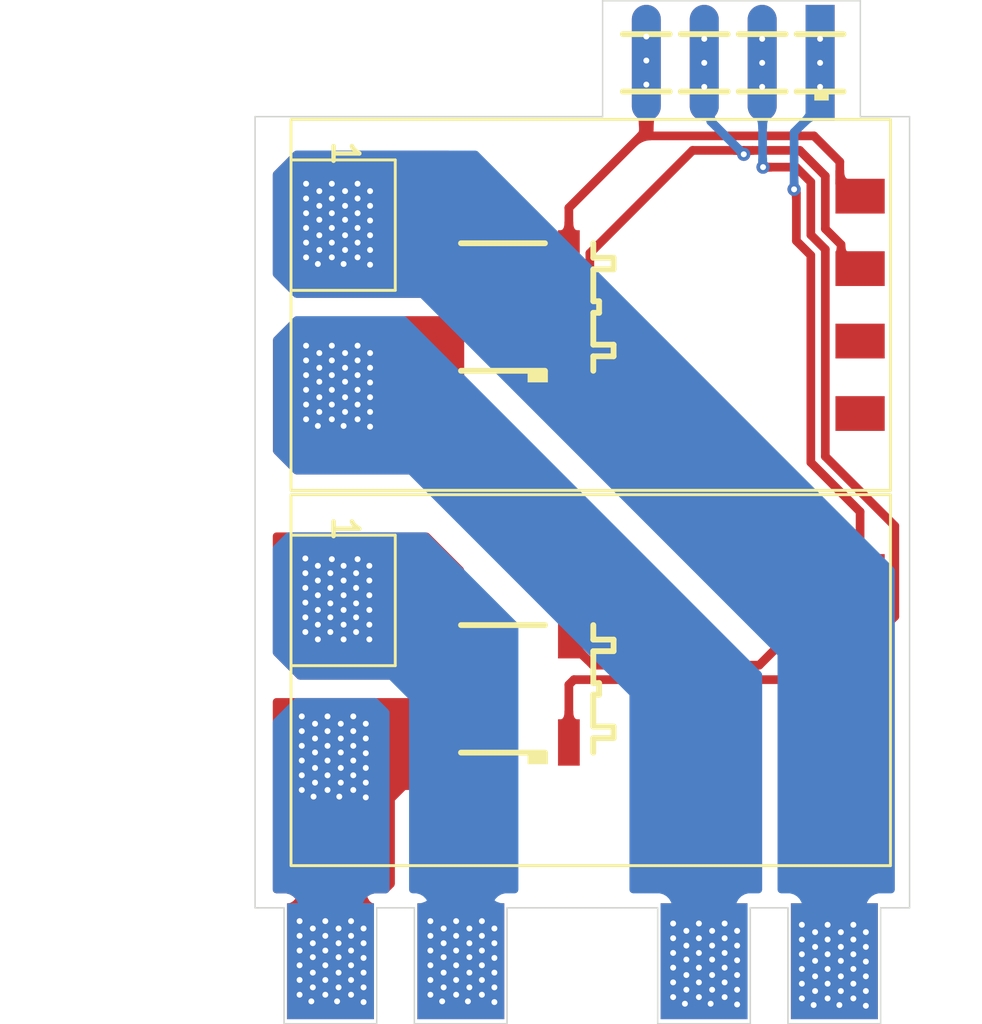
<source format=kicad_pcb>
(kicad_pcb (version 20240108) (generator "pcbnew") (generator_version "8.0")
  (layers (0 "F.Cu" signal "Top Layer") (1 "In1.Cu" signal "Layer 1") (2 "In2.Cu" signal "Layer 2") (31 "B.Cu" signal "Bottom Layer") (34 "B.Paste" user "Bottom Paste") (35 "F.Paste" user "Top Paste") (36 "B.SilkS" user "Bottom Overlay") (37 "F.SilkS" user "Top Overlay") (38 "B.Mask" user "Bottom Solder") (39 "F.Mask" user "Top Solder") (44 "Edge.Cuts" user))
  (net 0 "")
  (net 1 "CT2s_pos")
  (net 2 "CT2s_neg")
  (net 3 "CT2p_out")
  (net 4 "CT2p_in")
  (net 5 "CT1s_pos")
  (net 6 "CT1s_neg")
  (net 7 "CT1p_out")
  (net 8 "CT1p_in")
  (footprint "Vault:Samtec_PTT-104-01-x-S" (layer "F.Cu") (at 153.7011 89.489335 180)
    (property "Reference" "EC6" (hide yes))
    (property "Value" "PTT-104-01-L-S" (hide yes))
  )
  (footprint "Server1600-Local.PcbLib:EC_CST" (layer "F.Cu") (at 159.79554 118.539075 180)
    (property "Reference" "EC5" (hide yes))
    (property "Value" "Edge Finger" (hide yes))
  )
  (footprint "Vault:Coilcraft_CST7030" (layer "F.Cu") (at 145.6011 111.089325 180)
    (property "Reference" "CST1R" (hide yes))
    (property "Value" "CST7030-050LC" (hide yes))
  )
  (footprint "Server1600-Local.PcbLib:Pulse_PAS6322" (layer "F.Cu") (at 149.03165 97.839325 -90)
    (property "Reference" "CST2" (hide yes))
    (property "Value" "PAS6322.050NLT" (hide yes))
  )
  (footprint "Server1600-Local.PcbLib:Pulse_PAS6322" (layer "F.Cu") (at 149.03165 110.789335 -90)
    (property "Reference" "CST1" (hide yes))
    (property "Value" "PAS6322.050NLT" (hide yes))
  )
  (footprint "Vault:Coilcraft_CST7030" (layer "F.Cu") (at 145.6011 97.914175 180)
    (property "Reference" "CST2R" (hide yes))
    (property "Value" "CST7030-050LC" (hide yes))
  )
  (gr_poly (pts (xy 157.02257 110.111895) (xy 157.08087 110.051475) (xy 157.17274 109.942625) (xy 157.20632 109.894205) (xy 157.23165 109.849775) (xy 157.24874 109.809355) (xy 157.25759 109.772925) (xy 157.2582 109.740495) (xy 157.25057 109.712065) (xy 157.2347 109.687625) (xy 157.63457 110.136285) (xy 157.61233 110.118215) (xy 157.58561 110.108875) (xy 157.5544 110.108265) (xy 157.5187 110.116385) (xy 157.47852 110.133235) (xy 157.43385 110.158815) (xy 157.38469 110.193115) (xy 157.33105 110.236155) (xy 157.21031 110.348415)) (fill solid) (layer "F.Cu") (net 6))
  (gr_poly (pts (xy 155.04084 93.237925) (xy 155.01479 93.238025) (xy 154.90343 93.244345) (xy 154.89766 93.246045) (xy 154.89443 93.247945) (xy 154.89443 92.927905) (xy 154.89766 92.929815) (xy 154.90343 92.931515) (xy 154.91174 92.933015) (xy 154.92257 92.934325) (xy 154.9703 92.937025) (xy 155.04084 92.937925)) (fill solid) (layer "F.Cu") (net 6))
  (gr_poly (pts (xy 148.1761 111.842375) (xy 148.1776 111.899375) (xy 148.1821 111.950375) (xy 148.1896 111.995375) (xy 148.2001 112.034375) (xy 148.2136 112.067375) (xy 148.2301 112.094375) (xy 148.2496 112.115375) (xy 148.2721 112.130375) (xy 148.2976 112.139375) (xy 148.3261 112.142375) (xy 147.7261 112.142375) (xy 147.7546 112.139375) (xy 147.7801 112.130375) (xy 147.8026 112.115375) (xy 147.8221 112.094375) (xy 147.8386 112.067375) (xy 147.8521 112.034375) (xy 147.8626 111.995375) (xy 147.8701 111.950375) (xy 147.8746 111.899375) (xy 147.8761 111.842375)) (fill solid) (layer "F.Cu") (net 6))
  (gr_poly (pts (xy 153.74346 92.359325) (xy 154.00876 92.422785) (xy 153.83886 92.677055) (xy 153.83701 92.673685) (xy 153.83248 92.670675) (xy 153.82527 92.668015) (xy 153.81538 92.665705) (xy 153.80282 92.663765) (xy 153.76966 92.660925) (xy 153.72579 92.659505) (xy 153.69984 92.659325)) (fill solid) (layer "F.Cu") (net 1))
  (gr_poly (pts (xy 154.43037 92.659325) (xy 154.40442 92.659505) (xy 154.31482 92.665705) (xy 154.30494 92.668015) (xy 154.29773 92.670675) (xy 154.2932 92.673685) (xy 154.29135 92.677055) (xy 154.12144 92.422785) (xy 154.38674 92.359325)) (fill solid) (layer "F.Cu") (net 1))
  (gr_poly (pts (xy 138.8886 117.286285) (xy 138.88606 116.906285) (xy 138.79719 115.606285) (xy 138.76419 115.466285) (xy 138.7261 115.366285) (xy 138.68294 115.306285) (xy 138.6347 115.286285) (xy 141.3286 115.286285) (xy 141.245 115.306285) (xy 141.1702 115.366285) (xy 141.1042 115.466285) (xy 141.047 115.606285) (xy 140.9986 115.786285) (xy 140.959 116.006285) (xy 140.9282 116.266285) (xy 140.893 116.906285) (xy 140.8886 117.286285)) (fill solid) (layer "F.Cu") (net 8))
  (gr_poly (pts (xy 140.8886 116.492115) (xy 140.89263 116.872115) (xy 140.95322 117.772115) (xy 140.98957 117.992125) (xy 141.034 118.172115) (xy 141.08651 118.312115) (xy 141.14709 118.412115) (xy 141.21575 118.472115) (xy 141.29249 118.492115) (xy 138.29859 118.492115) (xy 138.41069 118.472115) (xy 138.51099 118.412115) (xy 138.59949 118.312115) (xy 138.67619 118.172115) (xy 138.74109 117.992125) (xy 138.79419 117.772115) (xy 138.83549 117.512115) (xy 138.865 117.212115) (xy 138.8886 116.492115)) (fill solid) (layer "F.Cu") (net 8))
  (gr_poly (pts (xy 157.53165 93.192385) (xy 157.53315 93.249775) (xy 157.53765 93.301155) (xy 157.54515 93.346505) (xy 157.55565 93.385835) (xy 157.56915 93.419155) (xy 157.58565 93.446445) (xy 157.60515 93.467725) (xy 157.62765 93.482975) (xy 157.65315 93.492215) (xy 157.68165 93.495425) (xy 157.2347 93.492385) (xy 157.23165 93.192385)) (fill solid) (layer "F.Cu") (net 2))
  (gr_poly (pts (xy 148.1761 94.967225) (xy 148.1776 95.024225) (xy 148.1821 95.075225) (xy 148.1896 95.120225) (xy 148.2001 95.159225) (xy 148.2136 95.192225) (xy 148.2301 95.219225) (xy 148.2496 95.240225) (xy 148.2721 95.255225) (xy 148.2976 95.264225) (xy 148.3261 95.267225) (xy 147.7261 95.267225) (xy 147.7546 95.264225) (xy 147.7801 95.255225) (xy 147.8026 95.240225) (xy 147.8221 95.219225) (xy 147.8386 95.192225) (xy 147.8521 95.159225) (xy 147.8626 95.120225) (xy 147.8701 95.075225) (xy 147.8746 95.024225) (xy 147.8761 94.967225)) (fill solid) (layer "F.Cu") (net 2))
  (gr_poly (pts (xy 158.23165 106.142385) (xy 158.23315 106.199965) (xy 158.23765 106.251485) (xy 158.24515 106.296935) (xy 158.25565 106.336335) (xy 158.26915 106.369665) (xy 158.28565 106.396945) (xy 158.30515 106.418155) (xy 158.32765 106.433305) (xy 158.35315 106.442395) (xy 158.38165 106.445435) (xy 157.78165 106.445435) (xy 157.81015 106.442395) (xy 157.83565 106.433305) (xy 157.85815 106.418155) (xy 157.87765 106.396945) (xy 157.89415 106.369665) (xy 157.90765 106.336335) (xy 157.91815 106.296935) (xy 157.92565 106.251485) (xy 157.93015 106.199965) (xy 157.93165 106.142385)) (fill solid) (layer "F.Cu") (net 5))
  (gr_poly (pts (xy 150.4511 91.817325) (xy 150.45036 91.730925) (xy 150.43238 91.476265) (xy 150.42414 91.435335) (xy 150.4144 91.403505) (xy 150.40317 91.380765) (xy 150.39043 91.367125) (xy 150.3762 91.362575) (xy 151.02601 91.362575) (xy 151.01177 91.367125) (xy 150.99904 91.380765) (xy 150.98781 91.403505) (xy 150.97807 91.435335) (xy 150.96983 91.476265) (xy 150.96309 91.526285) (xy 150.9541 91.653615) (xy 150.9511 91.817325)) (fill solid) (layer "F.Cu") (net 2))
  (gr_poly (pts (xy 141.46033 111.539335) (xy 141.6254 111.538365) (xy 142.19014 111.504425) (xy 142.25096 111.491825) (xy 142.2944 111.477285) (xy 142.32047 111.460795) (xy 142.32915 111.442375) (xy 142.32915 113.036285) (xy 142.32047 113.036855) (xy 142.25096 113.037835) (xy 141.46033 113.039325)) (fill solid) (layer "F.Cu") (net 8))
  (gr_poly (pts (xy 155.73165 94.207325) (xy 155.73142 94.181435) (xy 155.72597 94.102955) (xy 155.72347 94.089615) (xy 155.72051 94.078775) (xy 155.7171 94.070445) (xy 155.71324 94.064625) (xy 155.70892 94.061315) (xy 156.00944 93.951275) (xy 156.03165 94.204825)) (fill solid) (layer "F.Cu") (net 5))
  (gr_poly (pts (xy 150.40304 91.903265) (xy 150.41154 91.894215) (xy 150.41924 91.884875) (xy 150.42613 91.875245) (xy 150.43221 91.865335) (xy 150.43748 91.855135) (xy 150.44194 91.844645) (xy 150.4456 91.833865) (xy 150.44845 91.822805) (xy 150.45048 91.811455) (xy 150.45172 91.799825) (xy 150.71861 92.066715) (xy 150.70698 92.067945) (xy 150.69563 92.069985) (xy 150.68456 92.072835) (xy 150.67379 92.076495) (xy 150.6633 92.080955) (xy 150.6531 92.086225) (xy 150.64319 92.092305) (xy 150.63356 92.099195) (xy 150.62422 92.106895) (xy 150.61517 92.115395)) (fill solid) (layer "F.Cu") (net 2))
  (gr_poly (pts (xy 141.30132 110.419655) (xy 140.72251 109.783235) (xy 141.32555 108.380195) (xy 141.33903 108.382735) (xy 141.37255 108.406455) (xy 141.42611 108.451365) (xy 141.70698 108.713225) (xy 142.36197 109.359005)) (fill solid) (layer "F.Cu") (net 7))
  (gr_poly (pts (xy 150.5091 92.009325) (xy 150.3591 92.371465) (xy 150.40241 92.331155) (xy 150.44747 92.295095) (xy 150.49429 92.263275) (xy 150.54287 92.235695) (xy 150.5932 92.212365) (xy 150.64529 92.193275) (xy 150.69914 92.178425) (xy 150.75475 92.167815) (xy 150.81211 92.161455) (xy 150.87123 92.159325)) (fill solid) (layer "F.Cu") (net 2))
  (gr_poly (pts (xy 148.61019 110.235545) (xy 148.39806 110.036285) (xy 148.39501 109.387015) (xy 148.39734 109.429075) (xy 148.40393 109.471215) (xy 148.41479 109.513435) (xy 148.42991 109.555735) (xy 148.44929 109.598125) (xy 148.47294 109.640585) (xy 148.50086 109.683135) (xy 148.53304 109.725775) (xy 148.56948 109.768485) (xy 148.61019 109.811285)) (fill solid) (layer "F.Cu") (net 5))
  (gr_poly (pts (xy 157.57475 95.759825) (xy 157.57558 95.804485) (xy 157.58218 95.879735) (xy 157.58796 95.910325) (xy 157.59539 95.936235) (xy 157.60447 95.957445) (xy 157.6152 95.973975) (xy 157.62759 95.985815) (xy 157.64162 95.992965) (xy 157.65731 95.995425) (xy 157.2347 95.992385) (xy 157.24231 95.990055) (xy 157.24912 95.983075) (xy 157.25513 95.971455) (xy 157.26033 95.955175) (xy 157.26474 95.934245) (xy 157.26835 95.908665) (xy 157.27315 95.843545) (xy 157.27475 95.759825)) (fill solid) (layer "F.Cu") (net 1))
  (gr_poly (pts (xy 148.1761 98.667225) (xy 148.1776 98.724225) (xy 148.1821 98.775225) (xy 148.1896 98.820225) (xy 148.2001 98.859225) (xy 148.2136 98.892225) (xy 148.2301 98.919225) (xy 148.2496 98.940225) (xy 148.2721 98.955225) (xy 148.2976 98.964225) (xy 148.3261 98.967225) (xy 147.7261 98.967225) (xy 147.7546 98.964225) (xy 147.7801 98.955225) (xy 147.8026 98.940225) (xy 147.8221 98.919225) (xy 147.8386 98.892225) (xy 147.8521 98.859225) (xy 147.8626 98.820225) (xy 147.8701 98.775225) (xy 147.8746 98.724225) (xy 147.8761 98.667225)) (fill solid) (layer "F.Cu") (net 1))
  (gr_poly (pts (xy 157.02257 107.636285) (xy 157.08196 107.574765) (xy 157.1753 107.464455) (xy 157.20924 107.415665) (xy 157.2347 107.371125) (xy 157.25167 107.330815) (xy 157.26015 107.294755) (xy 157.26015 107.262935) (xy 157.25167 107.235355) (xy 157.2347 107.212015) (xy 157.65896 107.636285) (xy 157.63563 107.619315) (xy 157.60805 107.610825) (xy 157.57623 107.610825) (xy 157.54017 107.619315) (xy 157.49986 107.636285) (xy 157.45531 107.661735) (xy 157.40652 107.695685) (xy 157.35349 107.738105) (xy 157.2347 107.848415)) (fill solid) (layer "F.Cu") (net 5))
  (gr_poly (pts (xy 159.14073 108.942385) (xy 159.08103 109.004175) (xy 158.98708 109.114845) (xy 158.95283 109.163735) (xy 158.92707 109.208305) (xy 158.9098 109.248585) (xy 158.90101 109.284555) (xy 158.9007 109.316225) (xy 158.90889 109.343585) (xy 158.92555 109.366645) (xy 158.50433 108.945435) (xy 158.5274 108.962095) (xy 158.55476 108.970275) (xy 158.58643 108.969975) (xy 158.6224 108.961185) (xy 158.66267 108.943905) (xy 158.70725 108.918145) (xy 158.75613 108.883895) (xy 158.80932 108.841165) (xy 158.9286 108.730255)) (fill solid) (layer "F.Cu") (net 6))
  (gr_poly (pts (xy 154.86614 92.766265) (xy 154.86628 92.792265) (xy 154.87299 92.896125) (xy 154.87508 92.904735) (xy 154.87746 92.910855) (xy 154.88011 92.914505) (xy 154.56077 92.935555) (xy 154.56179 92.933045) (xy 154.5627 92.927915) (xy 154.56351 92.920165) (xy 154.56528 92.881205) (xy 154.56614 92.792585)) (fill solid) (layer "B.Cu") (net 6))
  (gr_poly (pts (xy 156.8511 90.009165) (xy 156.8512 90.035215) (xy 156.85752 90.146585) (xy 156.85922 90.152345) (xy 156.86112 90.155575) (xy 156.54108 90.482085) (xy 156.54299 90.485315) (xy 156.54469 90.491085) (xy 156.5462 90.499385) (xy 156.5475 90.510225) (xy 156.5502 90.557955) (xy 156.5511 90.628495) (xy 156.8511 90.628495) (xy 156.8512 90.602445) (xy 156.85752 90.491085) (xy 156.85922 90.485315) (xy 156.86112 90.482085) (xy 156.54108 90.155575) (xy 156.54299 90.152345) (xy 156.54469 90.146585) (xy 156.5462 90.138275) (xy 156.5475 90.127435) (xy 156.5502 90.079715) (xy 156.5511 90.009165)) (fill solid) (layer "B.Cu") (net 5))
  (gr_poly (pts (xy 155.99202 91.486285) (xy 156.05172 91.424485) (xy 156.14567 91.313815) (xy 156.17992 91.264935) (xy 156.20568 91.220355) (xy 156.22295 91.180085) (xy 156.23174 91.144115) (xy 156.23205 91.112445) (xy 156.22387 91.085075) (xy 156.2072 91.062015) (xy 156.62842 91.483235) (xy 156.60536 91.466575) (xy 156.57799 91.458385) (xy 156.54632 91.458695) (xy 156.51036 91.467485) (xy 156.47008 91.484755) (xy 156.4255 91.510515) (xy 156.37662 91.544765) (xy 156.32343 91.587495) (xy 156.20415 91.698415)) (fill solid) (layer "B.Cu") (net 5))
  (gr_poly (pts (xy 154.56614 90.640505) (xy 154.566 90.614495) (xy 154.5593 90.510635) (xy 154.5572 90.502025) (xy 154.55482 90.495905) (xy 154.55217 90.492255) (xy 154.87151 90.471205) (xy 154.87049 90.473715) (xy 154.86958 90.478845) (xy 154.86877 90.486595) (xy 154.867 90.525565) (xy 154.86614 90.614175)) (fill solid) (layer "B.Cu") (net 6))
  (gr_poly (pts (xy 145.04554 116.992115) (xy 145.05301 117.277125) (xy 145.07542 117.532115) (xy 145.11276 117.757115) (xy 145.16505 117.952125) (xy 145.23228 118.117115) (xy 145.31444 118.252115) (xy 145.41154 118.357115) (xy 145.52359 118.432115) (xy 145.65057 118.477115) (xy 145.79249 118.492115) (xy 142.79859 118.492115) (xy 142.94051 118.477115) (xy 143.06749 118.432115) (xy 143.17953 118.357115) (xy 143.27664 118.252115) (xy 143.3588 118.117115) (xy 143.42603 117.952125) (xy 143.47831 117.757115) (xy 143.51566 117.532115) (xy 143.53807 117.277125) (xy 143.54554 116.992115)) (fill solid) (layer "B.Cu") (net 7))
  (gr_poly (pts (xy 155.95305 93.543335) (xy 155.95315 93.569385) (xy 155.95946 93.680745) (xy 155.96116 93.686515) (xy 155.96307 93.689745) (xy 155.64303 93.689745) (xy 155.64493 93.686515) (xy 155.64664 93.680745) (xy 155.64814 93.672445) (xy 155.64944 93.661605) (xy 155.65215 93.613875) (xy 155.65305 93.543335)) (fill solid) (layer "B.Cu") (net 5))
  (gr_poly (pts (xy 152.5511 89.798995) (xy 152.551 89.772945) (xy 152.54469 89.661585) (xy 152.54299 89.655815) (xy 152.54108 89.652585) (xy 152.86112 89.652585) (xy 152.85922 89.655815) (xy 152.85752 89.661585) (xy 152.85601 89.669885) (xy 152.85471 89.680725) (xy 152.852 89.728455) (xy 152.8511 89.798995)) (fill solid) (layer "B.Cu") (net 1))
  (gr_poly (pts (xy 152.8511 90.009165) (xy 152.8512 90.035215) (xy 152.85752 90.146585) (xy 152.85922 90.152345) (xy 152.86112 90.155575) (xy 152.54108 90.482085) (xy 152.54299 90.485315) (xy 152.54469 90.491085) (xy 152.54619 90.499385) (xy 152.5475 90.510225) (xy 152.5502 90.557955) (xy 152.5511 90.628495) (xy 152.8511 90.628495) (xy 152.8512 90.602445) (xy 152.85752 90.491085) (xy 152.85922 90.485315) (xy 152.86112 90.482085) (xy 152.54108 90.155575) (xy 152.54299 90.152345) (xy 152.54469 90.146585) (xy 152.54619 90.138275) (xy 152.5475 90.127435) (xy 152.5502 90.079715) (xy 152.5511 90.009165)) (fill solid) (layer "B.Cu") (net 1))
  (gr_poly (pts (xy 153.9522 92.319295) (xy 153.9707 92.337645) (xy 154.0539 92.411925) (xy 154.05919 92.414805) (xy 154.06282 92.415745) (xy 153.83652 92.642045) (xy 153.83558 92.638405) (xy 153.8327 92.633125) (xy 153.82789 92.626195) (xy 153.82115 92.617605) (xy 153.78931 92.581945) (xy 153.74007 92.531425)) (fill solid) (layer "B.Cu") (net 1))
  (gr_poly (pts (xy 154.5511 89.798995) (xy 154.551 89.772945) (xy 154.54469 89.661585) (xy 154.54299 89.655815) (xy 154.54108 89.652585) (xy 154.86112 89.652585) (xy 154.85922 89.655815) (xy 154.85752 89.661585) (xy 154.85601 89.669885) (xy 154.85471 89.680725) (xy 154.852 89.728455) (xy 154.8511 89.798995)) (fill solid) (layer "B.Cu") (net 6))
  (gr_poly (pts (xy 156.5511 89.798995) (xy 156.55101 89.772945) (xy 156.54469 89.661585) (xy 156.54299 89.655815) (xy 156.54108 89.652585) (xy 156.86112 89.652585) (xy 156.85922 89.655815) (xy 156.85752 89.661585) (xy 156.85601 89.669885) (xy 156.85471 89.680725) (xy 156.85201 89.728455) (xy 156.8511 89.798995)) (fill solid) (layer "B.Cu") (net 5))
  (gr_poly (pts (xy 154.56614 91.771325) (xy 154.56466 91.698725) (xy 154.55281 91.576815) (xy 154.54244 91.527495) (xy 154.5291 91.485955) (xy 154.51281 91.452165) (xy 154.49355 91.426145) (xy 154.47133 91.407875) (xy 154.44614 91.397385) (xy 154.418 91.394645) (xy 155.01428 91.371575) (xy 154.98614 91.376475) (xy 154.96095 91.388895) (xy 154.93873 91.408835) (xy 154.91947 91.436295) (xy 154.90318 91.471265) (xy 154.88984 91.513745) (xy 154.87947 91.563755) (xy 154.87207 91.621275) (xy 154.86762 91.686315) (xy 154.86614 91.758865)) (fill solid) (layer "B.Cu") (net 6))
  (gr_poly (pts (xy 154.8511 90.009165) (xy 154.8512 90.035215) (xy 154.85752 90.146585) (xy 154.85922 90.152345) (xy 154.86112 90.155575) (xy 154.54108 90.155575) (xy 154.54299 90.152345) (xy 154.54469 90.146585) (xy 154.54619 90.138275) (xy 154.5475 90.127435) (xy 154.5502 90.079715) (xy 154.5511 90.009165)) (fill solid) (layer "B.Cu") (net 6))
  (gr_line (start 154.29088 122.645715) (end 154.29088 118.645715) (stroke (width 0.05)) (layer "Edge.Cuts"))
  (gr_line (start 137.19088 118.645715) (end 137.29088 118.645715) (stroke (width 0.05)) (layer "Edge.Cuts"))
  (gr_line (start 149.19088 87.345715) (end 149.19088 91.345715) (stroke (width 0.05)) (layer "Edge.Cuts"))
  (gr_line (start 142.69088 122.645715) (end 145.89088 122.645715) (stroke (width 0.05)) (layer "Edge.Cuts"))
  (gr_line (start 151.09088 118.645715) (end 151.09088 122.645715) (stroke (width 0.05)) (layer "Edge.Cuts"))
  (gr_line (start 138.19088 118.645715) (end 138.19088 122.645715) (stroke (width 0.05)) (layer "Edge.Cuts"))
  (gr_line (start 158.79088 122.645715) (end 158.79088 118.645715) (stroke (width 0.05)) (layer "Edge.Cuts"))
  (gr_line (start 138.19088 122.645715) (end 141.39088 122.645715) (stroke (width 0.05)) (layer "Edge.Cuts"))
  (gr_line (start 151.09088 122.645715) (end 154.29088 122.645715) (stroke (width 0.05)) (layer "Edge.Cuts"))
  (gr_line (start 158.09088 87.345715) (end 149.19088 87.345715) (stroke (width 0.05)) (layer "Edge.Cuts"))
  (gr_line (start 145.89088 118.645715) (end 151.09088 118.645715) (stroke (width 0.05)) (layer "Edge.Cuts"))
  (gr_line (start 155.59088 122.645715) (end 158.79088 122.645715) (stroke (width 0.05)) (layer "Edge.Cuts"))
  (gr_line (start 158.09088 91.345715) (end 158.09088 87.345715) (stroke (width 0.05)) (layer "Edge.Cuts"))
  (gr_line (start 159.79088 118.645715) (end 159.79088 91.345715) (stroke (width 0.05)) (layer "Edge.Cuts"))
  (gr_line (start 149.19088 91.345715) (end 137.19088 91.345715) (stroke (width 0.05)) (layer "Edge.Cuts"))
  (gr_line (start 137.19088 91.345715) (end 137.19088 118.645715) (stroke (width 0.05)) (layer "Edge.Cuts"))
  (gr_line (start 141.39088 118.645715) (end 142.69088 118.645715) (stroke (width 0.05)) (layer "Edge.Cuts"))
  (gr_line (start 155.59088 118.645715) (end 155.59088 122.645715) (stroke (width 0.05)) (layer "Edge.Cuts"))
  (gr_line (start 154.29088 118.645715) (end 155.59088 118.645715) (stroke (width 0.05)) (layer "Edge.Cuts"))
  (gr_line (start 142.69088 118.645715) (end 142.69088 122.645715) (stroke (width 0.05)) (layer "Edge.Cuts"))
  (gr_line (start 158.79088 118.645715) (end 159.79088 118.645715) (stroke (width 0.05)) (layer "Edge.Cuts"))
  (gr_line (start 137.29088 118.645715) (end 138.19088 118.645715) (stroke (width 0.05)) (layer "Edge.Cuts"))
  (gr_line (start 141.39088 122.645715) (end 141.39088 118.645715) (stroke (width 0.05)) (layer "Edge.Cuts"))
  (gr_line (start 159.79088 91.345715) (end 158.09088 91.345715) (stroke (width 0.05)) (layer "Edge.Cuts"))
  (gr_line (start 145.89088 122.645715) (end 145.89088 118.645715) (stroke (width 0.05)) (layer "Edge.Cuts"))
  (segment (start 152.29995 92.509325) (end 154.0651 92.509325) (width 0.3) (layer "F.Cu") (net 1))
  (segment (start 156.88165 95.216725) (end 156.88165 93.393745) (width 0.3) (layer "F.Cu") (net 1))
  (segment (start 148.0261 97.985335) (end 148.7511 97.260335) (width 0.3) (layer "F.Cu") (net 1))
  (segment (start 157.42475 96.139325) (end 157.42475 95.759825) (width 0.3) (layer "F.Cu") (net 1))
  (segment (start 154.0651 92.509325) (end 155.99723 92.509325) (width 0.3) (layer "F.Cu") (net 1))
  (segment (start 148.7511 97.260335) (end 148.7511 96.058175) (width 0.3) (layer "F.Cu") (net 1))
  (segment (start 155.99723 92.509325) (end 156.88165 93.393745) (width 0.3) (layer "F.Cu") (net 1))
  (segment (start 148.0261 99.764175) (end 148.0261 97.985335) (width 0.3) (layer "F.Cu") (net 1))
  (segment (start 148.7511 96.058175) (end 152.29995 92.509325) (width 0.3) (layer "F.Cu") (net 1))
  (segment (start 157.42475 96.139325) (end 157.87475 96.589335) (width 0.3) (layer "F.Cu") (net 1))
  (segment (start 156.88165 95.216725) (end 157.42475 95.759825) (width 0.3) (layer "F.Cu") (net 1))
  (segment (start 157.87475 96.589335) (end 158.08165 96.589335) (width 0.3) (layer "F.Cu") (net 1))
  (via (at 152.7011 88.659835) (size 0.4572) (drill 0.2032) (layers "F.Cu" "B.Cu") (net 1))
  (via (at 152.7011 89.489335) (size 0.4572) (drill 0.2032) (layers "F.Cu" "B.Cu") (net 1))
  (via (at 154.0651 92.644325) (size 0.4572) (drill 0.2032) (layers "F.Cu" "B.Cu") (net 1))
  (via (at 152.7011 90.318835) (size 0.4572) (drill 0.2032) (layers "F.Cu" "B.Cu") (net 1))
  (segment (start 152.7011 91.178755) (end 152.92736 91.405005) (width 0.3) (layer "B.Cu") (net 1))
  (segment (start 152.7011 91.178755) (end 152.7011 89.489335) (width 0.3) (layer "B.Cu") (net 1))
  (segment (start 152.92736 91.506585) (end 154.0651 92.644325) (width 0.3) (layer "B.Cu") (net 1))
  (segment (start 152.92736 91.506585) (end 152.92736 91.405005) (width 0.3) (layer "B.Cu") (net 1))
  (segment (start 154.0651 92.644325) (end 154.0651 92.644325) (width 0.3) (layer "B.Cu") (net 1))
  (segment (start 156.48864 92.009325) (end 157.38165 92.902335) (width 0.3) (layer "F.Cu") (net 2))
  (segment (start 150.5091 92.009325) (end 150.7011 91.817325) (width 0.3) (layer "F.Cu") (net 2))
  (segment (start 148.0261 94.492325) (end 150.5091 92.009325) (width 0.3) (layer "F.Cu") (net 2))
  (segment (start 150.7011 91.817325) (end 150.7011 89.489335) (width 0.5) (layer "F.Cu") (net 2))
  (segment (start 157.38165 93.639325) (end 157.38165 92.902335) (width 0.3) (layer "F.Cu") (net 2))
  (segment (start 157.38165 93.639325) (end 157.83165 94.089335) (width 0.3) (layer "F.Cu") (net 2))
  (segment (start 148.0261 96.064175) (end 148.0261 94.492325) (width 0.3) (layer "F.Cu") (net 2))
  (segment (start 157.83165 94.089335) (end 158.08165 94.089335) (width 0.3) (layer "F.Cu") (net 2))
  (segment (start 150.5091 92.009325) (end 156.48864 92.009325) (width 0.3) (layer "F.Cu") (net 2))
  (via (at 150.7011 90.239335) (size 0.4572) (drill 0.2032) (layers "F.Cu" "B.Cu") (net 2))
  (via (at 150.7011 88.580325) (size 0.4572) (drill 0.2032) (layers "F.Cu" "B.Cu") (net 2))
  (via (at 150.7011 89.409835) (size 0.4572) (drill 0.2032) (layers "F.Cu" "B.Cu") (net 2))
  (via (at 140.7301 101.280325) (size 0.4572) (drill 0.2032) (layers "F.Cu" "B.Cu") (net 3))
  (via (at 152.0839 120.963645) (size 0.4572) (drill 0.2032) (layers "F.Cu" "B.Cu") (net 3))
  (via (at 140.2983 99.502325) (size 0.4572) (drill 0.2032) (layers "F.Cu" "B.Cu") (net 3))
  (via (at 141.1619 102.042325) (size 0.4572) (drill 0.2032) (layers "F.Cu" "B.Cu") (net 3))
  (via (at 152.5157 121.217645) (size 0.4572) (drill 0.2032) (layers "F.Cu" "B.Cu") (net 3))
  (via (at 151.6267 120.201645) (size 0.4572) (drill 0.2032) (layers "F.Cu" "B.Cu") (net 3))
  (via (at 139.8411 99.756325) (size 0.4572) (drill 0.2032) (layers "F.Cu" "B.Cu") (net 3))
  (via (at 152.0839 119.439645) (size 0.4572) (drill 0.2032) (layers "F.Cu" "B.Cu") (net 3))
  (via (at 153.4047 119.693645) (size 0.4572) (drill 0.2032) (layers "F.Cu" "B.Cu") (net 3))
  (via (at 141.1619 100.518325) (size 0.4572) (drill 0.2032) (layers "F.Cu" "B.Cu") (net 3))
  (via (at 138.9521 100.772325) (size 0.4572) (drill 0.2032) (layers "F.Cu" "B.Cu") (net 3))
  (via (at 151.6267 119.693645) (size 0.4572) (drill 0.2032) (layers "F.Cu" "B.Cu") (net 3))
  (via (at 153.8365 120.963645) (size 0.4572) (drill 0.2032) (layers "F.Cu" "B.Cu") (net 3))
  (via (at 140.2983 101.534325) (size 0.4572) (drill 0.2032) (layers "F.Cu" "B.Cu") (net 3))
  (via (at 140.2983 100.010325) (size 0.4572) (drill 0.2032) (layers "F.Cu" "B.Cu") (net 3))
  (via (at 151.6267 121.217645) (size 0.4572) (drill 0.2032) (layers "F.Cu" "B.Cu") (net 3))
  (via (at 139.8411 101.788325) (size 0.4572) (drill 0.2032) (layers "F.Cu" "B.Cu") (net 3))
  (via (at 140.7301 99.248325) (size 0.4572) (drill 0.2032) (layers "F.Cu" "B.Cu") (net 3))
  (via (at 139.8411 99.248325) (size 0.4572) (drill 0.2032) (layers "F.Cu" "B.Cu") (net 3))
  (via (at 140.2475 102.016925) (size 0.4572) (drill 0.2032) (layers "F.Cu" "B.Cu") (net 3))
  (via (at 139.4093 99.502325) (size 0.4572) (drill 0.2032) (layers "F.Cu" "B.Cu") (net 3))
  (via (at 152.9729 120.430245) (size 0.4572) (drill 0.2032) (layers "F.Cu" "B.Cu") (net 3))
  (via (at 152.0839 119.947645) (size 0.4572) (drill 0.2032) (layers "F.Cu" "B.Cu") (net 3))
  (via (at 153.4047 121.725645) (size 0.4572) (drill 0.2032) (layers "F.Cu" "B.Cu") (net 3))
  (via (at 152.9729 121.471645) (size 0.4572) (drill 0.2032) (layers "F.Cu" "B.Cu") (net 3))
  (via (at 152.9729 119.439645) (size 0.4572) (drill 0.2032) (layers "F.Cu" "B.Cu") (net 3))
  (via (at 139.8411 100.264325) (size 0.4572) (drill 0.2032) (layers "F.Cu" "B.Cu") (net 3))
  (via (at 152.0839 120.430245) (size 0.4572) (drill 0.2032) (layers "F.Cu" "B.Cu") (net 3))
  (via (at 153.8365 121.979645) (size 0.4572) (drill 0.2032) (layers "F.Cu" "B.Cu") (net 3))
  (via (at 140.2983 101.026325) (size 0.4572) (drill 0.2032) (layers "F.Cu" "B.Cu") (net 3))
  (via (at 151.6267 121.725645) (size 0.4572) (drill 0.2032) (layers "F.Cu" "B.Cu") (net 3))
  (via (at 138.9521 101.788325) (size 0.4572) (drill 0.2032) (layers "F.Cu" "B.Cu") (net 3))
  (via (at 139.4093 100.010325) (size 0.4572) (drill 0.2032) (layers "F.Cu" "B.Cu") (net 3))
  (via (at 153.4047 120.709645) (size 0.4572) (drill 0.2032) (layers "F.Cu" "B.Cu") (net 3))
  (via (at 141.1619 100.010325) (size 0.4572) (drill 0.2032) (layers "F.Cu" "B.Cu") (net 3))
  (via (at 141.1619 99.502325) (size 0.4572) (drill 0.2032) (layers "F.Cu" "B.Cu") (net 3))
  (via (at 139.8411 100.772325) (size 0.4572) (drill 0.2032) (layers "F.Cu" "B.Cu") (net 3))
  (via (at 140.7301 99.756325) (size 0.4572) (drill 0.2032) (layers "F.Cu" "B.Cu") (net 3))
  (via (at 153.8365 119.947645) (size 0.4572) (drill 0.2032) (layers "F.Cu" "B.Cu") (net 3))
  (via (at 138.9521 99.248325) (size 0.4572) (drill 0.2032) (layers "F.Cu" "B.Cu") (net 3))
  (via (at 153.4047 121.217645) (size 0.4572) (drill 0.2032) (layers "F.Cu" "B.Cu") (net 3))
  (via (at 152.5157 120.201645) (size 0.4572) (drill 0.2032) (layers "F.Cu" "B.Cu") (net 3))
  (via (at 151.6267 119.185645) (size 0.4572) (drill 0.2032) (layers "F.Cu" "B.Cu") (net 3))
  (via (at 138.9521 100.264325) (size 0.4572) (drill 0.2032) (layers "F.Cu" "B.Cu") (net 3))
  (via (at 138.9521 101.280325) (size 0.4572) (drill 0.2032) (layers "F.Cu" "B.Cu") (net 3))
  (via (at 140.7301 101.788325) (size 0.4572) (drill 0.2032) (layers "F.Cu" "B.Cu") (net 3))
  (via (at 139.4093 101.026325) (size 0.4572) (drill 0.2032) (layers "F.Cu" "B.Cu") (net 3))
  (via (at 139.4093 101.534325) (size 0.4572) (drill 0.2032) (layers "F.Cu" "B.Cu") (net 3))
  (via (at 139.8411 101.280325) (size 0.4572) (drill 0.2032) (layers "F.Cu" "B.Cu") (net 3))
  (via (at 139.3585 102.016925) (size 0.4572) (drill 0.2032) (layers "F.Cu" "B.Cu") (net 3))
  (via (at 152.5157 121.725645) (size 0.4572) (drill 0.2032) (layers "F.Cu" "B.Cu") (net 3))
  (via (at 152.9221 121.954245) (size 0.4572) (drill 0.2032) (layers "F.Cu" "B.Cu") (net 3))
  (via (at 153.4047 119.185645) (size 0.4572) (drill 0.2032) (layers "F.Cu" "B.Cu") (net 3))
  (via (at 152.5157 120.709645) (size 0.4572) (drill 0.2032) (layers "F.Cu" "B.Cu") (net 3))
  (via (at 153.8365 121.471645) (size 0.4572) (drill 0.2032) (layers "F.Cu" "B.Cu") (net 3))
  (via (at 152.0331 121.954245) (size 0.4572) (drill 0.2032) (layers "F.Cu" "B.Cu") (net 3))
  (via (at 153.8365 120.455645) (size 0.4572) (drill 0.2032) (layers "F.Cu" "B.Cu") (net 3))
  (via (at 141.1619 101.534325) (size 0.4572) (drill 0.2032) (layers "F.Cu" "B.Cu") (net 3))
  (via (at 138.9521 99.756325) (size 0.4572) (drill 0.2032) (layers "F.Cu" "B.Cu") (net 3))
  (via (at 139.4093 100.492925) (size 0.4572) (drill 0.2032) (layers "F.Cu" "B.Cu") (net 3))
  (via (at 152.5157 119.693645) (size 0.4572) (drill 0.2032) (layers "F.Cu" "B.Cu") (net 3))
  (via (at 153.4047 120.201645) (size 0.4572) (drill 0.2032) (layers "F.Cu" "B.Cu") (net 3))
  (via (at 153.8365 119.439645) (size 0.4572) (drill 0.2032) (layers "F.Cu" "B.Cu") (net 3))
  (via (at 140.7301 100.772325) (size 0.4572) (drill 0.2032) (layers "F.Cu" "B.Cu") (net 3))
  (via (at 152.9729 119.947645) (size 0.4572) (drill 0.2032) (layers "F.Cu" "B.Cu") (net 3))
  (via (at 140.2983 100.492925) (size 0.4572) (drill 0.2032) (layers "F.Cu" "B.Cu") (net 3))
  (via (at 152.5157 119.185645) (size 0.4572) (drill 0.2032) (layers "F.Cu" "B.Cu") (net 3))
  (via (at 140.7301 100.264325) (size 0.4572) (drill 0.2032) (layers "F.Cu" "B.Cu") (net 3))
  (via (at 141.1619 101.026325) (size 0.4572) (drill 0.2032) (layers "F.Cu" "B.Cu") (net 3))
  (via (at 152.9729 120.963645) (size 0.4572) (drill 0.2032) (layers "F.Cu" "B.Cu") (net 3))
  (via (at 151.6267 120.709645) (size 0.4572) (drill 0.2032) (layers "F.Cu" "B.Cu") (net 3))
  (via (at 152.0839 121.471645) (size 0.4572) (drill 0.2032) (layers "F.Cu" "B.Cu") (net 3))
  (via (at 157.4179 121.516305) (size 0.4572) (drill 0.2032) (layers "F.Cu" "B.Cu") (net 4))
  (via (at 156.0717 120.246305) (size 0.4572) (drill 0.2032) (layers "F.Cu" "B.Cu") (net 4))
  (via (at 140.2475 96.428925) (size 0.4572) (drill 0.2032) (layers "F.Cu" "B.Cu") (net 4))
  (via (at 139.8411 96.200325) (size 0.4572) (drill 0.2032) (layers "F.Cu" "B.Cu") (net 4))
  (via (at 139.8411 93.660325) (size 0.4572) (drill 0.2032) (layers "F.Cu" "B.Cu") (net 4))
  (via (at 157.3671 121.998905) (size 0.4572) (drill 0.2032) (layers "F.Cu" "B.Cu") (net 4))
  (via (at 138.9521 96.200325) (size 0.4572) (drill 0.2032) (layers "F.Cu" "B.Cu") (net 4))
  (via (at 157.8497 119.230305) (size 0.4572) (drill 0.2032) (layers "F.Cu" "B.Cu") (net 4))
  (via (at 157.8497 121.262305) (size 0.4572) (drill 0.2032) (layers "F.Cu" "B.Cu") (net 4))
  (via (at 140.2983 94.422325) (size 0.4572) (drill 0.2032) (layers "F.Cu" "B.Cu") (net 4))
  (via (at 140.2983 95.438325) (size 0.4572) (drill 0.2032) (layers "F.Cu" "B.Cu") (net 4))
  (via (at 157.4179 119.992305) (size 0.4572) (drill 0.2032) (layers "F.Cu" "B.Cu") (net 4))
  (via (at 156.9607 120.246305) (size 0.4572) (drill 0.2032) (layers "F.Cu" "B.Cu") (net 4))
  (via (at 141.1619 94.930325) (size 0.4572) (drill 0.2032) (layers "F.Cu" "B.Cu") (net 4))
  (via (at 156.9607 121.770305) (size 0.4572) (drill 0.2032) (layers "F.Cu" "B.Cu") (net 4))
  (via (at 156.5289 119.484305) (size 0.4572) (drill 0.2032) (layers "F.Cu" "B.Cu") (net 4))
  (via (at 157.4179 121.008305) (size 0.4572) (drill 0.2032) (layers "F.Cu" "B.Cu") (net 4))
  (via (at 140.7301 95.692325) (size 0.4572) (drill 0.2032) (layers "F.Cu" "B.Cu") (net 4))
  (via (at 156.5289 121.008305) (size 0.4572) (drill 0.2032) (layers "F.Cu" "B.Cu") (net 4))
  (via (at 141.1619 96.454325) (size 0.4572) (drill 0.2032) (layers "F.Cu" "B.Cu") (net 4))
  (via (at 139.4093 93.914325) (size 0.4572) (drill 0.2032) (layers "F.Cu" "B.Cu") (net 4))
  (via (at 157.4179 120.474905) (size 0.4572) (drill 0.2032) (layers "F.Cu" "B.Cu") (net 4))
  (via (at 140.7301 94.168325) (size 0.4572) (drill 0.2032) (layers "F.Cu" "B.Cu") (net 4))
  (via (at 156.0717 119.230305) (size 0.4572) (drill 0.2032) (layers "F.Cu" "B.Cu") (net 4))
  (via (at 141.1619 95.946325) (size 0.4572) (drill 0.2032) (layers "F.Cu" "B.Cu") (net 4))
  (via (at 156.0717 119.738305) (size 0.4572) (drill 0.2032) (layers "F.Cu" "B.Cu") (net 4))
  (via (at 140.2983 95.946325) (size 0.4572) (drill 0.2032) (layers "F.Cu" "B.Cu") (net 4))
  (via (at 139.3585 96.428925) (size 0.4572) (drill 0.2032) (layers "F.Cu" "B.Cu") (net 4))
  (via (at 156.9607 119.738305) (size 0.4572) (drill 0.2032) (layers "F.Cu" "B.Cu") (net 4))
  (via (at 157.8497 119.738305) (size 0.4572) (drill 0.2032) (layers "F.Cu" "B.Cu") (net 4))
  (via (at 140.2983 94.904925) (size 0.4572) (drill 0.2032) (layers "F.Cu" "B.Cu") (net 4))
  (via (at 156.0717 120.754305) (size 0.4572) (drill 0.2032) (layers "F.Cu" "B.Cu") (net 4))
  (via (at 156.0717 121.770305) (size 0.4572) (drill 0.2032) (layers "F.Cu" "B.Cu") (net 4))
  (via (at 141.1619 93.914325) (size 0.4572) (drill 0.2032) (layers "F.Cu" "B.Cu") (net 4))
  (via (at 157.4179 119.484305) (size 0.4572) (drill 0.2032) (layers "F.Cu" "B.Cu") (net 4))
  (via (at 139.4093 95.946325) (size 0.4572) (drill 0.2032) (layers "F.Cu" "B.Cu") (net 4))
  (via (at 141.1619 94.422325) (size 0.4572) (drill 0.2032) (layers "F.Cu" "B.Cu") (net 4))
  (via (at 156.0717 121.262305) (size 0.4572) (drill 0.2032) (layers "F.Cu" "B.Cu") (net 4))
  (via (at 156.5289 119.992305) (size 0.4572) (drill 0.2032) (layers "F.Cu" "B.Cu") (net 4))
  (via (at 138.9521 93.660325) (size 0.4572) (drill 0.2032) (layers "F.Cu" "B.Cu") (net 4))
  (via (at 141.1619 95.438325) (size 0.4572) (drill 0.2032) (layers "F.Cu" "B.Cu") (net 4))
  (via (at 158.2815 119.484305) (size 0.4572) (drill 0.2032) (layers "F.Cu" "B.Cu") (net 4))
  (via (at 157.8497 120.754305) (size 0.4572) (drill 0.2032) (layers "F.Cu" "B.Cu") (net 4))
  (via (at 139.8411 95.692325) (size 0.4572) (drill 0.2032) (layers "F.Cu" "B.Cu") (net 4))
  (via (at 140.7301 93.660325) (size 0.4572) (drill 0.2032) (layers "F.Cu" "B.Cu") (net 4))
  (via (at 158.2815 122.024305) (size 0.4572) (drill 0.2032) (layers "F.Cu" "B.Cu") (net 4))
  (via (at 158.2815 121.008305) (size 0.4572) (drill 0.2032) (layers "F.Cu" "B.Cu") (net 4))
  (via (at 139.4093 94.422325) (size 0.4572) (drill 0.2032) (layers "F.Cu" "B.Cu") (net 4))
  (via (at 156.9607 119.230305) (size 0.4572) (drill 0.2032) (layers "F.Cu" "B.Cu") (net 4))
  (via (at 156.9607 121.262305) (size 0.4572) (drill 0.2032) (layers "F.Cu" "B.Cu") (net 4))
  (via (at 138.9521 94.168325) (size 0.4572) (drill 0.2032) (layers "F.Cu" "B.Cu") (net 4))
  (via (at 139.8411 94.676325) (size 0.4572) (drill 0.2032) (layers "F.Cu" "B.Cu") (net 4))
  (via (at 156.5289 120.474905) (size 0.4572) (drill 0.2032) (layers "F.Cu" "B.Cu") (net 4))
  (via (at 139.4093 94.904925) (size 0.4572) (drill 0.2032) (layers "F.Cu" "B.Cu") (net 4))
  (via (at 157.8497 121.770305) (size 0.4572) (drill 0.2032) (layers "F.Cu" "B.Cu") (net 4))
  (via (at 139.4093 95.438325) (size 0.4572) (drill 0.2032) (layers "F.Cu" "B.Cu") (net 4))
  (via (at 158.2815 119.992305) (size 0.4572) (drill 0.2032) (layers "F.Cu" "B.Cu") (net 4))
  (via (at 140.7301 95.184325) (size 0.4572) (drill 0.2032) (layers "F.Cu" "B.Cu") (net 4))
  (via (at 139.8411 94.168325) (size 0.4572) (drill 0.2032) (layers "F.Cu" "B.Cu") (net 4))
  (via (at 156.4781 121.998905) (size 0.4572) (drill 0.2032) (layers "F.Cu" "B.Cu") (net 4))
  (via (at 156.5289 121.516305) (size 0.4572) (drill 0.2032) (layers "F.Cu" "B.Cu") (net 4))
  (via (at 138.9521 94.676325) (size 0.4572) (drill 0.2032) (layers "F.Cu" "B.Cu") (net 4))
  (via (at 158.2815 121.516305) (size 0.4572) (drill 0.2032) (layers "F.Cu" "B.Cu") (net 4))
  (via (at 140.7301 94.676325) (size 0.4572) (drill 0.2032) (layers "F.Cu" "B.Cu") (net 4))
  (via (at 158.2815 120.500305) (size 0.4572) (drill 0.2032) (layers "F.Cu" "B.Cu") (net 4))
  (via (at 139.8411 95.184325) (size 0.4572) (drill 0.2032) (layers "F.Cu" "B.Cu") (net 4))
  (via (at 140.2983 93.914325) (size 0.4572) (drill 0.2032) (layers "F.Cu" "B.Cu") (net 4))
  (via (at 138.9521 95.184325) (size 0.4572) (drill 0.2032) (layers "F.Cu" "B.Cu") (net 4))
  (via (at 140.7301 96.200325) (size 0.4572) (drill 0.2032) (layers "F.Cu" "B.Cu") (net 4))
  (via (at 138.9521 95.692325) (size 0.4572) (drill 0.2032) (layers "F.Cu" "B.Cu") (net 4))
  (via (at 157.8497 120.246305) (size 0.4572) (drill 0.2032) (layers "F.Cu" "B.Cu") (net 4))
  (via (at 156.9607 120.754305) (size 0.4572) (drill 0.2032) (layers "F.Cu" "B.Cu") (net 4))
  (segment (start 148.0261 109.439335) (end 148.85926 110.272485) (width 0.3) (layer "F.Cu") (net 5))
  (segment (start 155.88165 95.630935) (end 155.88165 93.974135) (width 0.3) (layer "F.Cu") (net 5))
  (segment (start 156.38165 103.276525) (end 158.08165 104.976525) (width 0.3) (layer "F.Cu") (net 5))
  (segment (start 148.85926 110.272485) (end 154.59849 110.272485) (width 0.3) (layer "F.Cu") (net 5))
  (segment (start 158.08165 107.039335) (end 158.08165 104.976525) (width 0.3) (layer "F.Cu") (net 5))
  (segment (start 157.38165 107.489335) (end 157.83165 107.039335) (width 0.3) (layer "F.Cu") (net 5))
  (segment (start 156.38165 103.276525) (end 156.38165 96.130925) (width 0.3) (layer "F.Cu") (net 5))
  (segment (start 148.0261 109.439335) (end 148.0261 109.239335) (width 0.3) (layer "F.Cu") (net 5))
  (segment (start 157.38164 107.489335) (end 157.38165 107.489335) (width 0.3) (layer "F.Cu") (net 5))
  (segment (start 155.88165 95.630935) (end 156.38165 96.130925) (width 0.3) (layer "F.Cu") (net 5))
  (segment (start 154.59849 110.272485) (end 157.38164 107.489335) (width 0.3) (layer "F.Cu") (net 5))
  (segment (start 155.80305 93.895535) (end 155.80305 93.852995) (width 0.3) (layer "F.Cu") (net 5))
  (segment (start 157.83165 107.039335) (end 158.08165 107.039335) (width 0.3) (layer "F.Cu") (net 5))
  (segment (start 155.80305 93.895535) (end 155.88165 93.974135) (width 0.3) (layer "F.Cu") (net 5))
  (via (at 155.80305 93.852995) (size 0.4572) (drill 0.2032) (layers "F.Cu" "B.Cu") (net 5))
  (via (at 156.7011 90.318835) (size 0.4572) (drill 0.2032) (layers "F.Cu" "B.Cu") (net 5))
  (via (at 156.7011 89.489335) (size 0.4572) (drill 0.2032) (layers "F.Cu" "B.Cu") (net 5))
  (via (at 156.7011 88.659835) (size 0.4572) (drill 0.2032) (layers "F.Cu" "B.Cu") (net 5))
  (segment (start 156.7011 90.989335) (end 156.7011 89.489335) (width 0.3) (layer "B.Cu") (net 5))
  (segment (start 155.80305 93.852995) (end 155.80305 91.887385) (width 0.3) (layer "B.Cu") (net 5))
  (segment (start 155.80305 91.887385) (end 156.7011 90.989335) (width 0.3) (layer "B.Cu") (net 5))
  (segment (start 157.63165 109.989335) (end 158.08165 109.539335) (width 0.3) (layer "F.Cu") (net 6))
  (segment (start 159.28165 108.589335) (end 159.28165 105.469415) (width 0.3) (layer "F.Cu") (net 6))
  (segment (start 156.88165 103.069415) (end 159.28165 105.469415) (width 0.3) (layer "F.Cu") (net 6))
  (segment (start 156.5741 110.772485) (end 157.35726 109.989335) (width 0.3) (layer "F.Cu") (net 6))
  (segment (start 157.35726 109.989335) (end 157.63165 109.989335) (width 0.3) (layer "F.Cu") (net 6))
  (segment (start 148.0261 112.939325) (end 148.0261 110.948225) (width 0.3) (layer "F.Cu") (net 6))
  (segment (start 148.20184 110.772485) (end 156.5741 110.772485) (width 0.3) (layer "F.Cu") (net 6))
  (segment (start 156.88165 103.069415) (end 156.88165 95.923825) (width 0.3) (layer "F.Cu") (net 6))
  (segment (start 158.33165 109.539335) (end 159.28165 108.589335) (width 0.3) (layer "F.Cu") (net 6))
  (segment (start 156.38165 95.423825) (end 156.38165 93.600855) (width 0.3) (layer "F.Cu") (net 6))
  (segment (start 156.38165 95.423825) (end 156.88165 95.923825) (width 0.3) (layer "F.Cu") (net 6))
  (segment (start 154.73118 93.087925) (end 155.86872 93.087925) (width 0.3) (layer "F.Cu") (net 6))
  (segment (start 148.0261 110.948225) (end 148.20184 110.772485) (width 0.3) (layer "F.Cu") (net 6))
  (segment (start 155.86872 93.087925) (end 156.38165 93.600855) (width 0.3) (layer "F.Cu") (net 6))
  (via (at 154.7011 90.318835) (size 0.4572) (drill 0.2032) (layers "F.Cu" "B.Cu") (net 6))
  (via (at 154.7011 89.489335) (size 0.4572) (drill 0.2032) (layers "F.Cu" "B.Cu") (net 6))
  (via (at 154.73118 93.087925) (size 0.4572) (drill 0.2032) (layers "F.Cu" "B.Cu") (net 6))
  (via (at 154.7011 88.659835) (size 0.4572) (drill 0.2032) (layers "F.Cu" "B.Cu") (net 6))
  (segment (start 154.7011 90.318835) (end 154.71614 90.333865) (width 0.3) (layer "B.Cu") (net 6))
  (segment (start 154.71614 93.072885) (end 154.71614 90.333865) (width 0.3) (layer "B.Cu") (net 6))
  (segment (start 154.7011 90.318835) (end 154.7011 89.489335) (width 0.3) (layer "B.Cu") (net 6))
  (segment (start 154.71614 93.072885) (end 154.73118 93.087925) (width 0.3) (layer "B.Cu") (net 6))
  (segment (start 141.83164 109.889325) (end 143.12611 109.889325) (width 1.5) (layer "F.Cu") (net 7))
  (segment (start 140.58165 109.039335) (end 140.98165 109.039335) (width 1.5) (layer "F.Cu") (net 7))
  (segment (start 140.98165 109.039335) (end 141.83164 109.889325) (width 1.5) (layer "F.Cu") (net 7))
  (segment (start 139.98165 108.439335) (end 140.58165 109.039335) (width 1.5) (layer "F.Cu") (net 7))
  (segment (start 143.12611 109.889325) (end 143.17611 109.939325) (width 1.5) (layer "F.Cu") (net 7))
  (via (at 143.7019 120.347905) (size 0.4572) (drill 0.2032) (layers "F.Cu" "B.Cu") (net 7))
  (via (at 143.2447 121.643305) (size 0.4572) (drill 0.2032) (layers "F.Cu" "B.Cu") (net 7))
  (via (at 144.1337 121.643305) (size 0.4572) (drill 0.2032) (layers "F.Cu" "B.Cu") (net 7))
  (via (at 138.9267 108.620925) (size 0.4572) (drill 0.2032) (layers "F.Cu" "B.Cu") (net 7))
  (via (at 144.1337 119.611305) (size 0.4572) (drill 0.2032) (layers "F.Cu" "B.Cu") (net 7))
  (via (at 145.4545 119.865305) (size 0.4572) (drill 0.2032) (layers "F.Cu" "B.Cu") (net 7))
  (via (at 139.3585 107.858925) (size 0.4572) (drill 0.2032) (layers "F.Cu" "B.Cu") (net 7))
  (via (at 141.1365 107.350925) (size 0.4572) (drill 0.2032) (layers "F.Cu" "B.Cu") (net 7))
  (via (at 141.1365 107.858925) (size 0.4572) (drill 0.2032) (layers "F.Cu" "B.Cu") (net 7))
  (via (at 145.4545 121.389305) (size 0.4572) (drill 0.2032) (layers "F.Cu" "B.Cu") (net 7))
  (via (at 143.2447 120.119305) (size 0.4572) (drill 0.2032) (layers "F.Cu" "B.Cu") (net 7))
  (via (at 143.7019 119.865305) (size 0.4572) (drill 0.2032) (layers "F.Cu" "B.Cu") (net 7))
  (via (at 144.5401 121.871905) (size 0.4572) (drill 0.2032) (layers "F.Cu" "B.Cu") (net 7))
  (via (at 144.5909 120.347905) (size 0.4572) (drill 0.2032) (layers "F.Cu" "B.Cu") (net 7))
  (via (at 140.2475 107.350925) (size 0.4572) (drill 0.2032) (layers "F.Cu" "B.Cu") (net 7))
  (via (at 143.6511 121.871905) (size 0.4572) (drill 0.2032) (layers "F.Cu" "B.Cu") (net 7))
  (via (at 143.7019 121.389305) (size 0.4572) (drill 0.2032) (layers "F.Cu" "B.Cu") (net 7))
  (via (at 139.7903 109.128925) (size 0.4572) (drill 0.2032) (layers "F.Cu" "B.Cu") (net 7))
  (via (at 140.6793 108.138325) (size 0.4572) (drill 0.2032) (layers "F.Cu" "B.Cu") (net 7))
  (via (at 141.1365 109.382925) (size 0.4572) (drill 0.2032) (layers "F.Cu" "B.Cu") (net 7))
  (via (at 139.3585 106.842925) (size 0.4572) (drill 0.2032) (layers "F.Cu" "B.Cu") (net 7))
  (via (at 144.5909 120.881305) (size 0.4572) (drill 0.2032) (layers "F.Cu" "B.Cu") (net 7))
  (via (at 139.7903 107.604925) (size 0.4572) (drill 0.2032) (layers "F.Cu" "B.Cu") (net 7))
  (via (at 145.0227 119.103305) (size 0.4572) (drill 0.2032) (layers "F.Cu" "B.Cu") (net 7))
  (via (at 144.1337 121.135305) (size 0.4572) (drill 0.2032) (layers "F.Cu" "B.Cu") (net 7))
  (via (at 139.7903 108.620925) (size 0.4572) (drill 0.2032) (layers "F.Cu" "B.Cu") (net 7))
  (via (at 139.7903 108.138325) (size 0.4572) (drill 0.2032) (layers "F.Cu" "B.Cu") (net 7))
  (via (at 144.5909 121.389305) (size 0.4572) (drill 0.2032) (layers "F.Cu" "B.Cu") (net 7))
  (via (at 144.1337 119.103305) (size 0.4572) (drill 0.2032) (layers "F.Cu" "B.Cu") (net 7))
  (via (at 143.2447 119.103305) (size 0.4572) (drill 0.2032) (layers "F.Cu" "B.Cu") (net 7))
  (via (at 140.7301 106.614325) (size 0.4572) (drill 0.2032) (layers "F.Cu" "B.Cu") (net 7))
  (via (at 140.6793 107.604925) (size 0.4572) (drill 0.2032) (layers "F.Cu" "B.Cu") (net 7))
  (via (at 138.9267 108.112925) (size 0.4572) (drill 0.2032) (layers "F.Cu" "B.Cu") (net 7))
  (via (at 143.2447 120.627305) (size 0.4572) (drill 0.2032) (layers "F.Cu" "B.Cu") (net 7))
  (via (at 141.1365 108.366925) (size 0.4572) (drill 0.2032) (layers "F.Cu" "B.Cu") (net 7))
  (via (at 144.1337 120.627305) (size 0.4572) (drill 0.2032) (layers "F.Cu" "B.Cu") (net 7))
  (via (at 140.2475 108.874925) (size 0.4572) (drill 0.2032) (layers "F.Cu" "B.Cu") (net 7))
  (via (at 139.3585 109.382925) (size 0.4572) (drill 0.2032) (layers "F.Cu" "B.Cu") (net 7))
  (via (at 145.0227 121.643305) (size 0.4572) (drill 0.2032) (layers "F.Cu" "B.Cu") (net 7))
  (via (at 140.6793 107.096925) (size 0.4572) (drill 0.2032) (layers "F.Cu" "B.Cu") (net 7))
  (via (at 143.2447 119.611305) (size 0.4572) (drill 0.2032) (layers "F.Cu" "B.Cu") (net 7))
  (via (at 144.5909 119.357305) (size 0.4572) (drill 0.2032) (layers "F.Cu" "B.Cu") (net 7))
  (via (at 145.0227 120.627305) (size 0.4572) (drill 0.2032) (layers "F.Cu" "B.Cu") (net 7))
  (via (at 140.2475 106.842925) (size 0.4572) (drill 0.2032) (layers "F.Cu" "B.Cu") (net 7))
  (via (at 139.3585 107.350925) (size 0.4572) (drill 0.2032) (layers "F.Cu" "B.Cu") (net 7))
  (via (at 145.0227 121.135305) (size 0.4572) (drill 0.2032) (layers "F.Cu" "B.Cu") (net 7))
  (via (at 145.4545 121.897305) (size 0.4572) (drill 0.2032) (layers "F.Cu" "B.Cu") (net 7))
  (via (at 145.4545 120.881305) (size 0.4572) (drill 0.2032) (layers "F.Cu" "B.Cu") (net 7))
  (via (at 140.2475 108.366925) (size 0.4572) (drill 0.2032) (layers "F.Cu" "B.Cu") (net 7))
  (via (at 141.1365 108.874925) (size 0.4572) (drill 0.2032) (layers "F.Cu" "B.Cu") (net 7))
  (via (at 140.6793 109.128925) (size 0.4572) (drill 0.2032) (layers "F.Cu" "B.Cu") (net 7))
  (via (at 143.7019 120.881305) (size 0.4572) (drill 0.2032) (layers "F.Cu" "B.Cu") (net 7))
  (via (at 144.5909 119.865305) (size 0.4572) (drill 0.2032) (layers "F.Cu" "B.Cu") (net 7))
  (via (at 140.6793 108.620925) (size 0.4572) (drill 0.2032) (layers "F.Cu" "B.Cu") (net 7))
  (via (at 145.4545 120.373305) (size 0.4572) (drill 0.2032) (layers "F.Cu" "B.Cu") (net 7))
  (via (at 140.2475 109.382925) (size 0.4572) (drill 0.2032) (layers "F.Cu" "B.Cu") (net 7))
  (via (at 144.1337 120.119305) (size 0.4572) (drill 0.2032) (layers "F.Cu" "B.Cu") (net 7))
  (via (at 139.8411 106.614325) (size 0.4572) (drill 0.2032) (layers "F.Cu" "B.Cu") (net 7))
  (via (at 145.0227 119.611305) (size 0.4572) (drill 0.2032) (layers "F.Cu" "B.Cu") (net 7))
  (via (at 138.9267 109.128925) (size 0.4572) (drill 0.2032) (layers "F.Cu" "B.Cu") (net 7))
  (via (at 143.2447 121.135305) (size 0.4572) (drill 0.2032) (layers "F.Cu" "B.Cu") (net 7))
  (via (at 138.9267 106.588925) (size 0.4572) (drill 0.2032) (layers "F.Cu" "B.Cu") (net 7))
  (via (at 140.2475 107.858925) (size 0.4572) (drill 0.2032) (layers "F.Cu" "B.Cu") (net 7))
  (via (at 141.1365 106.842925) (size 0.4572) (drill 0.2032) (layers "F.Cu" "B.Cu") (net 7))
  (via (at 145.4545 119.357305) (size 0.4572) (drill 0.2032) (layers "F.Cu" "B.Cu") (net 7))
  (via (at 139.3585 108.366925) (size 0.4572) (drill 0.2032) (layers "F.Cu" "B.Cu") (net 7))
  (via (at 139.3585 108.874925) (size 0.4572) (drill 0.2032) (layers "F.Cu" "B.Cu") (net 7))
  (via (at 145.0227 120.119305) (size 0.4572) (drill 0.2032) (layers "F.Cu" "B.Cu") (net 7))
  (via (at 138.9267 107.604925) (size 0.4572) (drill 0.2032) (layers "F.Cu" "B.Cu") (net 7))
  (via (at 143.7019 119.357305) (size 0.4572) (drill 0.2032) (layers "F.Cu" "B.Cu") (net 7))
  (via (at 138.9267 107.096925) (size 0.4572) (drill 0.2032) (layers "F.Cu" "B.Cu") (net 7))
  (via (at 139.7903 107.096925) (size 0.4572) (drill 0.2032) (layers "F.Cu" "B.Cu") (net 7))
  (segment (start 139.3839 107.846325) (end 142.17012 107.846325) (width 1.5) (layer "B.Cu") (net 7))
  (segment (start 144.29554 120.489065) (end 144.29554 109.971745) (width 1.5) (layer "B.Cu") (net 7))
  (segment (start 142.17012 107.846325) (end 144.29554 109.971745) (width 1.5) (layer "B.Cu") (net 7))
  (segment (start 139.8886 120.396015) (end 139.8886 113.632385) (width 2) (layer "F.Cu") (net 8))
  (segment (start 140.58165 112.539335) (end 141.21033 112.539335) (width 1.5) (layer "F.Cu") (net 8))
  (segment (start 143.12611 112.289335) (end 143.17611 112.239335) (width 1.5) (layer "F.Cu") (net 8))
  (segment (start 141.21033 112.539335) (end 141.46033 112.289335) (width 1.5) (layer "F.Cu") (net 8))
  (segment (start 139.8886 113.632385) (end 139.8886 113.232385) (width 1.5) (layer "F.Cu") (net 8))
  (segment (start 141.46033 112.289335) (end 143.12611 112.289335) (width 1.5) (layer "F.Cu") (net 8))
  (segment (start 139.8886 113.232385) (end 140.58165 112.539335) (width 1.5) (layer "F.Cu") (net 8))
  (segment (start 139.79554 120.489065) (end 139.8886 120.396015) (width 2) (layer "F.Cu") (net 8))
  (via (at 138.72745 119.103305) (size 0.4572) (drill 0.2032) (layers "F.Cu" "B.Cu") (net 8))
  (via (at 140.58165 113.563335) (size 0.4572) (drill 0.2032) (layers "F.Cu" "B.Cu") (net 8))
  (via (at 138.80365 113.563335) (size 0.4572) (drill 0.2032) (layers "F.Cu" "B.Cu") (net 8))
  (via (at 139.61645 119.611305) (size 0.4572) (drill 0.2032) (layers "F.Cu" "B.Cu") (net 8))
  (via (at 138.80365 113.055335) (size 0.4572) (drill 0.2032) (layers "F.Cu" "B.Cu") (net 8))
  (via (at 140.93725 121.897305) (size 0.4572) (drill 0.2032) (layers "F.Cu" "B.Cu") (net 8))
  (via (at 138.80365 114.579335) (size 0.4572) (drill 0.2032) (layers "F.Cu" "B.Cu") (net 8))
  (via (at 139.61645 120.119305) (size 0.4572) (drill 0.2032) (layers "F.Cu" "B.Cu") (net 8))
  (via (at 139.18465 120.347905) (size 0.4572) (drill 0.2032) (layers "F.Cu" "B.Cu") (net 8))
  (via (at 138.72745 120.627305) (size 0.4572) (drill 0.2032) (layers "F.Cu" "B.Cu") (net 8))
  (via (at 140.93725 119.357305) (size 0.4572) (drill 0.2032) (layers "F.Cu" "B.Cu") (net 8))
  (via (at 141.01345 112.293335) (size 0.4572) (drill 0.2032) (layers "F.Cu" "B.Cu") (net 8))
  (via (at 140.02285 121.871905) (size 0.4572) (drill 0.2032) (layers "F.Cu" "B.Cu") (net 8))
  (via (at 139.26085 114.325335) (size 0.4572) (drill 0.2032) (layers "F.Cu" "B.Cu") (net 8))
  (via (at 139.69265 114.579335) (size 0.4572) (drill 0.2032) (layers "F.Cu" "B.Cu") (net 8))
  (via (at 141.01345 114.325335) (size 0.4572) (drill 0.2032) (layers "F.Cu" "B.Cu") (net 8))
  (via (at 140.93725 120.373305) (size 0.4572) (drill 0.2032) (layers "F.Cu" "B.Cu") (net 8))
  (via (at 140.93725 119.865305) (size 0.4572) (drill 0.2032) (layers "F.Cu" "B.Cu") (net 8))
  (via (at 139.69265 112.547335) (size 0.4572) (drill 0.2032) (layers "F.Cu" "B.Cu") (net 8))
  (via (at 139.61645 121.135305) (size 0.4572) (drill 0.2032) (layers "F.Cu" "B.Cu") (net 8))
  (via (at 139.69265 114.071335) (size 0.4572) (drill 0.2032) (layers "F.Cu" "B.Cu") (net 8))
  (via (at 139.18465 120.881305) (size 0.4572) (drill 0.2032) (layers "F.Cu" "B.Cu") (net 8))
  (via (at 139.61645 120.627305) (size 0.4572) (drill 0.2032) (layers "F.Cu" "B.Cu") (net 8))
  (via (at 140.58165 114.579335) (size 0.4572) (drill 0.2032) (layers "F.Cu" "B.Cu") (net 8))
  (via (at 140.14985 112.293335) (size 0.4572) (drill 0.2032) (layers "F.Cu" "B.Cu") (net 8))
  (via (at 139.61645 121.643305) (size 0.4572) (drill 0.2032) (layers "F.Cu" "B.Cu") (net 8))
  (via (at 140.14985 113.283935) (size 0.4572) (drill 0.2032) (layers "F.Cu" "B.Cu") (net 8))
  (via (at 140.09905 114.807935) (size 0.4572) (drill 0.2032) (layers "F.Cu" "B.Cu") (net 8))
  (via (at 140.93725 120.881305) (size 0.4572) (drill 0.2032) (layers "F.Cu" "B.Cu") (net 8))
  (via (at 139.21005 114.807935) (size 0.4572) (drill 0.2032) (layers "F.Cu" "B.Cu") (net 8))
  (via (at 139.69265 112.039335) (size 0.4572) (drill 0.2032) (layers "F.Cu" "B.Cu") (net 8))
  (via (at 140.07365 119.357305) (size 0.4572) (drill 0.2032) (layers "F.Cu" "B.Cu") (net 8))
  (via (at 139.69265 113.563335) (size 0.4572) (drill 0.2032) (layers "F.Cu" "B.Cu") (net 8))
  (via (at 139.26085 112.801335) (size 0.4572) (drill 0.2032) (layers "F.Cu" "B.Cu") (net 8))
  (via (at 140.58165 112.039335) (size 0.4572) (drill 0.2032) (layers "F.Cu" "B.Cu") (net 8))
  (via (at 139.26085 113.283935) (size 0.4572) (drill 0.2032) (layers "F.Cu" "B.Cu") (net 8))
  (via (at 138.80365 112.039335) (size 0.4572) (drill 0.2032) (layers "F.Cu" "B.Cu") (net 8))
  (via (at 138.72745 121.135305) (size 0.4572) (drill 0.2032) (layers "F.Cu" "B.Cu") (net 8))
  (via (at 138.80365 112.547335) (size 0.4572) (drill 0.2032) (layers "F.Cu" "B.Cu") (net 8))
  (via (at 141.01345 113.309335) (size 0.4572) (drill 0.2032) (layers "F.Cu" "B.Cu") (net 8))
  (via (at 138.72745 119.611305) (size 0.4572) (drill 0.2032) (layers "F.Cu" "B.Cu") (net 8))
  (via (at 139.18465 119.357305) (size 0.4572) (drill 0.2032) (layers "F.Cu" "B.Cu") (net 8))
  (via (at 140.58165 114.071335) (size 0.4572) (drill 0.2032) (layers "F.Cu" "B.Cu") (net 8))
  (via (at 139.69265 113.055335) (size 0.4572) (drill 0.2032) (layers "F.Cu" "B.Cu") (net 8))
  (via (at 139.13385 121.871905) (size 0.4572) (drill 0.2032) (layers "F.Cu" "B.Cu") (net 8))
  (via (at 140.14985 114.325335) (size 0.4572) (drill 0.2032) (layers "F.Cu" "B.Cu") (net 8))
  (via (at 140.50545 120.119305) (size 0.4572) (drill 0.2032) (layers "F.Cu" "B.Cu") (net 8))
  (via (at 138.72745 120.119305) (size 0.4572) (drill 0.2032) (layers "F.Cu" "B.Cu") (net 8))
  (via (at 140.14985 112.801335) (size 0.4572) (drill 0.2032) (layers "F.Cu" "B.Cu") (net 8))
  (via (at 139.26085 112.293335) (size 0.4572) (drill 0.2032) (layers "F.Cu" "B.Cu") (net 8))
  (via (at 140.93725 121.389305) (size 0.4572) (drill 0.2032) (layers "F.Cu" "B.Cu") (net 8))
  (via (at 140.58165 112.547335) (size 0.4572) (drill 0.2032) (layers "F.Cu" "B.Cu") (net 8))
  (via (at 140.50545 121.135305) (size 0.4572) (drill 0.2032) (layers "F.Cu" "B.Cu") (net 8))
  (via (at 139.18465 121.389305) (size 0.4572) (drill 0.2032) (layers "F.Cu" "B.Cu") (net 8))
  (via (at 141.01345 113.817335) (size 0.4572) (drill 0.2032) (layers "F.Cu" "B.Cu") (net 8))
  (via (at 140.58165 113.055335) (size 0.4572) (drill 0.2032) (layers "F.Cu" "B.Cu") (net 8))
  (via (at 140.50545 121.643305) (size 0.4572) (drill 0.2032) (layers "F.Cu" "B.Cu") (net 8))
  (via (at 141.01345 114.833335) (size 0.4572) (drill 0.2032) (layers "F.Cu" "B.Cu") (net 8))
  (via (at 140.07365 120.881305) (size 0.4572) (drill 0.2032) (layers "F.Cu" "B.Cu") (net 8))
  (via (at 139.61645 119.103305) (size 0.4572) (drill 0.2032) (layers "F.Cu" "B.Cu") (net 8))
  (via (at 141.01345 112.801335) (size 0.4572) (drill 0.2032) (layers "F.Cu" "B.Cu") (net 8))
  (via (at 140.07365 120.347905) (size 0.4572) (drill 0.2032) (layers "F.Cu" "B.Cu") (net 8))
  (via (at 140.50545 119.611305) (size 0.4572) (drill 0.2032) (layers "F.Cu" "B.Cu") (net 8))
  (via (at 140.50545 119.103305) (size 0.4572) (drill 0.2032) (layers "F.Cu" "B.Cu") (net 8))
  (via (at 140.50545 120.627305) (size 0.4572) (drill 0.2032) (layers "F.Cu" "B.Cu") (net 8))
  (via (at 138.72745 121.643305) (size 0.4572) (drill 0.2032) (layers "F.Cu" "B.Cu") (net 8))
  (via (at 140.07365 119.865305) (size 0.4572) (drill 0.2032) (layers "F.Cu" "B.Cu") (net 8))
  (via (at 139.18465 119.865305) (size 0.4572) (drill 0.2032) (layers "F.Cu" "B.Cu") (net 8))
  (via (at 140.14985 113.817335) (size 0.4572) (drill 0.2032) (layers "F.Cu" "B.Cu") (net 8))
  (via (at 139.26085 113.817335) (size 0.4572) (drill 0.2032) (layers "F.Cu" "B.Cu") (net 8))
  (via (at 138.80365 114.071335) (size 0.4572) (drill 0.2032) (layers "F.Cu" "B.Cu") (net 8))
  (via (at 140.07365 121.389305) (size 0.4572) (drill 0.2032) (layers "F.Cu" "B.Cu") (net 8))
  (zone (net 4) (net_name "CT2p_in") (layer "F.Cu") (priority 15) (connect_pads yes (clearance 0.5)) (min_thickness 0.25) (fill yes (thermal_gap 0.254) (thermal_bridge_width 0.254))
    (polygon (pts (xy 137.8011 96.827335) (xy 137.8011 93.287335) (xy 138.5711 92.517335) (xy 143.91928 92.517325) (xy 144.4131 93.011145) (xy 144.4131 97.343325) (xy 144.1591 97.597325) (xy 138.5711 97.597335)))
  )
  (zone (net 8) (net_name "CT1p_in") (layer "F.Cu") (priority 12) (connect_pads yes (clearance 0.5)) (min_thickness 0.25) (fill yes (thermal_gap 0.254) (thermal_bridge_width 0.254))
    (polygon (pts (xy 141.11636 118.774835) (xy 142.01852 117.872675) (xy 142.01852 114.941925) (xy 142.3811 114.579335) (xy 144.4131 114.579335) (xy 144.4131 111.614085) (xy 144.2065 111.407485) (xy 137.8011 111.407485) (xy 137.8011 118.774835)))
  )
  (zone (net 7) (net_name "CT1p_out") (layer "F.Cu") (priority 13) (connect_pads yes (clearance 0.5)) (min_thickness 0.25) (fill yes (thermal_gap 0.254) (thermal_bridge_width 0.254))
    (polygon (pts (xy 137.8011 105.692485) (xy 137.8011 109.889325) (xy 138.68425 110.772485) (xy 144.1591 110.772485) (xy 144.4131 110.518485) (xy 144.41311 106.943325) (xy 143.16226 105.692485)))
  )
  (zone (net 3) (net_name "CT2p_out") (layer "F.Cu") (priority 14) (connect_pads yes (clearance 0.5)) (min_thickness 0.25) (fill yes (thermal_gap 0.254) (thermal_bridge_width 0.254))
    (polygon (pts (xy 137.8091 102.931325) (xy 137.8091 98.997255) (xy 138.57402 98.232335) (xy 144.2065 98.232325) (xy 144.4131 98.438925) (xy 144.4131 103.439325) (xy 144.1591 103.693325) (xy 138.57111 103.693335)))
  )
  (zone (net 3) (net_name "CT2p_out") (layer "B.Cu") (priority 9) (connect_pads yes (clearance 0.5)) (min_thickness 0.25) (fill yes (thermal_gap 0.254) (thermal_bridge_width 0.254))
    (polygon (pts (xy 138.57111 103.693335) (xy 142.50517 103.693335) (xy 150.1181 111.306275) (xy 150.11811 118.184605) (xy 151.1638 119.230305) (xy 153.96013 119.230305) (xy 154.7011 118.489335) (xy 154.7011 110.552335) (xy 142.3811 98.232325) (xy 138.57402 98.232325) (xy 137.8091 98.997255) (xy 137.8091 102.931315)))
  )
  (zone (net 7) (net_name "CT1p_out") (layer "B.Cu") (priority 10) (connect_pads yes (clearance 0.5)) (min_thickness 0.25) (fill yes (thermal_gap 0.254) (thermal_bridge_width 0.254))
    (polygon (pts (xy 137.8011 109.889325) (xy 138.68425 110.772485) (xy 141.83148 110.772485) (xy 142.5081 111.449105) (xy 142.5081 118.696325) (xy 142.8011 118.989325) (xy 145.95428 118.989325) (xy 146.28284 118.660765) (xy 146.28284 108.849225) (xy 143.12611 105.692485) (xy 138.29492 105.692485) (xy 137.8011 106.186305)))
  )
  (zone (net 4) (net_name "CT2p_in") (layer "B.Cu") (priority 8) (connect_pads yes (clearance 0.5)) (min_thickness 0.25) (fill yes (thermal_gap 0.254) (thermal_bridge_width 0.254))
    (polygon (pts (xy 138.5711 97.597335) (xy 142.9033 97.597335) (xy 155.23152 109.925555) (xy 155.23152 118.390235) (xy 155.7011 118.859815) (xy 158.91116 118.859815) (xy 159.28165 118.489335) (xy 159.28165 106.947875) (xy 144.8511 92.517325) (xy 138.5711 92.517325) (xy 137.8011 93.287335) (xy 137.8011 96.827325)))
  )
  (zone (net 8) (net_name "CT1p_in") (layer "B.Cu") (priority 11) (connect_pads yes (clearance 0.5)) (min_thickness 0.25) (fill yes (thermal_gap 0.254) (thermal_bridge_width 0.254))
    (polygon (pts (xy 138.5711 111.407485) (xy 141.3888 111.407485) (xy 141.83164 111.850325) (xy 141.83164 118.489335) (xy 141.26065 119.060325) (xy 138.3011 119.060325) (xy 138.3011 118.989325) (xy 137.8011 118.489325) (xy 137.8011 112.177485)))
  )
)
</source>
